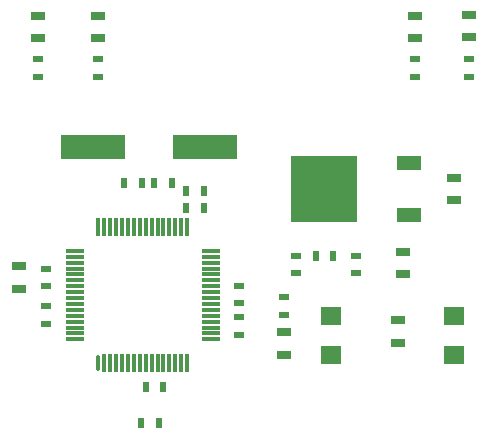
<source format=gtp>
%FSLAX44Y44*%
%MOMM*%
G71*
G01*
G75*
G04 Layer_Color=8421504*
%ADD10R,0.6000X0.9000*%
%ADD11R,0.9000X0.6000*%
%ADD12R,1.3000X0.7000*%
%ADD13R,1.6800X1.5200*%
%ADD14O,0.3000X1.5000*%
%ADD15R,0.3000X1.5000*%
%ADD16R,1.5000X0.3000*%
%ADD17R,2.0000X1.2000*%
%ADD18R,5.6000X5.6000*%
%ADD19R,5.5000X2.0000*%
%ADD20C,1.0000*%
%ADD21C,0.2000*%
%ADD22C,1.5000*%
%ADD23O,0.7500X0.7000*%
%ADD24R,1.5000X1.5000*%
%ADD25C,2.0000*%
%ADD26C,0.7000*%
%ADD27R,0.2000X1.4000*%
%ADD28R,0.2000X1.4000*%
D10*
X137000Y197000D02*
D03*
X122000D02*
D03*
X156000Y348000D02*
D03*
X171000D02*
D03*
X156000Y363000D02*
D03*
X171000D02*
D03*
X129000Y369000D02*
D03*
X144000D02*
D03*
X119000Y369000D02*
D03*
X104000D02*
D03*
X266000Y308000D02*
D03*
X281000D02*
D03*
X118000Y166000D02*
D03*
X133000D02*
D03*
D11*
X201000Y282500D02*
D03*
Y267500D02*
D03*
X38000Y265000D02*
D03*
Y250000D02*
D03*
X201000Y241000D02*
D03*
Y256000D02*
D03*
X38000Y282000D02*
D03*
Y297000D02*
D03*
X300000Y308000D02*
D03*
Y293000D02*
D03*
X249000Y308000D02*
D03*
Y293000D02*
D03*
X396000Y474000D02*
D03*
Y459000D02*
D03*
X350000Y474000D02*
D03*
Y459000D02*
D03*
X82000Y474000D02*
D03*
Y459000D02*
D03*
X31000Y474000D02*
D03*
Y459000D02*
D03*
X239000Y273000D02*
D03*
Y258000D02*
D03*
D12*
X15000Y280000D02*
D03*
Y299000D02*
D03*
X336000Y253000D02*
D03*
Y234000D02*
D03*
X383000Y355000D02*
D03*
Y374000D02*
D03*
X340000Y311000D02*
D03*
Y292000D02*
D03*
X239000Y224000D02*
D03*
Y243000D02*
D03*
X396000Y512000D02*
D03*
Y493000D02*
D03*
X350000Y511000D02*
D03*
Y492000D02*
D03*
X82000Y511000D02*
D03*
Y492000D02*
D03*
X31000Y511000D02*
D03*
Y492000D02*
D03*
D13*
X383000Y257000D02*
D03*
Y224000D02*
D03*
X279000Y257000D02*
D03*
Y224000D02*
D03*
D14*
X82000Y217000D02*
D03*
D15*
X87000D02*
D03*
X92000D02*
D03*
X97000D02*
D03*
X102000D02*
D03*
X107000D02*
D03*
X112000D02*
D03*
X117000D02*
D03*
X122000D02*
D03*
X127000D02*
D03*
X132000D02*
D03*
X137000D02*
D03*
X142000D02*
D03*
X147000D02*
D03*
X152000D02*
D03*
X157000D02*
D03*
Y332000D02*
D03*
X152000D02*
D03*
X147000D02*
D03*
X142000D02*
D03*
X137000D02*
D03*
X132000D02*
D03*
X127000D02*
D03*
X122000D02*
D03*
X117000D02*
D03*
X112000D02*
D03*
X107000D02*
D03*
X102000D02*
D03*
X97000D02*
D03*
X92000D02*
D03*
X87000D02*
D03*
X82000D02*
D03*
D16*
X177000Y237000D02*
D03*
Y242000D02*
D03*
Y247000D02*
D03*
Y252000D02*
D03*
Y257000D02*
D03*
Y262000D02*
D03*
Y267000D02*
D03*
Y272000D02*
D03*
Y277000D02*
D03*
Y282000D02*
D03*
Y287000D02*
D03*
Y292000D02*
D03*
Y297000D02*
D03*
Y302000D02*
D03*
Y307000D02*
D03*
Y312000D02*
D03*
X62000D02*
D03*
Y307000D02*
D03*
Y302000D02*
D03*
Y297000D02*
D03*
Y292000D02*
D03*
Y287000D02*
D03*
Y282000D02*
D03*
Y277000D02*
D03*
Y272000D02*
D03*
Y267000D02*
D03*
Y262000D02*
D03*
Y257000D02*
D03*
Y252000D02*
D03*
Y247000D02*
D03*
Y242000D02*
D03*
Y237000D02*
D03*
D17*
X345000Y386000D02*
D03*
Y342000D02*
D03*
D18*
X273000Y364000D02*
D03*
D19*
X172000Y400000D02*
D03*
X77000D02*
D03*
M02*

</source>
